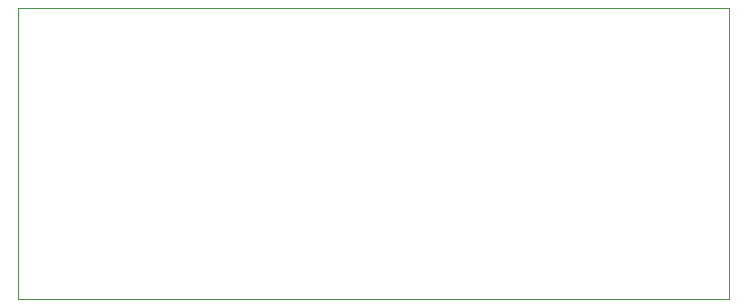
<source format=gbr>
%TF.GenerationSoftware,KiCad,Pcbnew,(6.0.0-0)*%
%TF.CreationDate,2022-01-31T01:53:59-05:00*%
%TF.ProjectId,PLCC32-Adapter,504c4343-3332-42d4-9164-61707465722e,rev?*%
%TF.SameCoordinates,Original*%
%TF.FileFunction,Profile,NP*%
%FSLAX46Y46*%
G04 Gerber Fmt 4.6, Leading zero omitted, Abs format (unit mm)*
G04 Created by KiCad (PCBNEW (6.0.0-0)) date 2022-01-31 01:53:59*
%MOMM*%
%LPD*%
G01*
G04 APERTURE LIST*
%TA.AperFunction,Profile*%
%ADD10C,0.100000*%
%TD*%
G04 APERTURE END LIST*
D10*
X166370000Y-99822000D02*
X106172000Y-99822000D01*
X106172000Y-99822000D02*
X106172000Y-124460000D01*
X106172000Y-124460000D02*
X166370000Y-124460000D01*
X166370000Y-124460000D02*
X166370000Y-99822000D01*
M02*

</source>
